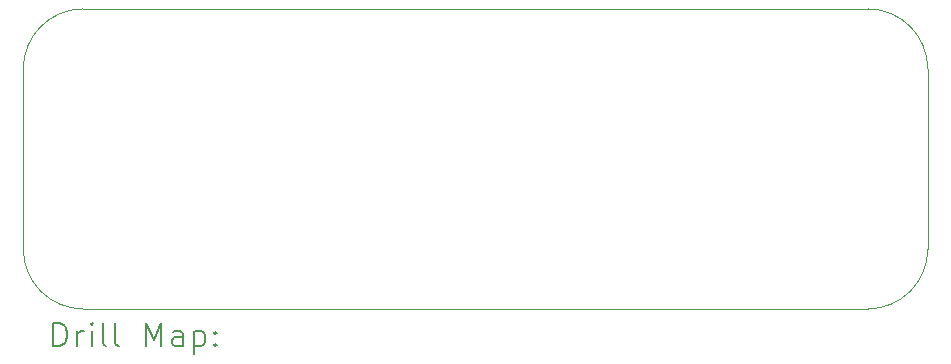
<source format=gbr>
%TF.GenerationSoftware,KiCad,Pcbnew,8.0.1*%
%TF.CreationDate,2024-03-19T19:55:36+01:00*%
%TF.ProjectId,lang1,6c616e67-312e-46b6-9963-61645f706362,rev?*%
%TF.SameCoordinates,Original*%
%TF.FileFunction,Drillmap*%
%TF.FilePolarity,Positive*%
%FSLAX45Y45*%
G04 Gerber Fmt 4.5, Leading zero omitted, Abs format (unit mm)*
G04 Created by KiCad (PCBNEW 8.0.1) date 2024-03-19 19:55:36*
%MOMM*%
%LPD*%
G01*
G04 APERTURE LIST*
%ADD10C,0.100000*%
%ADD11C,0.050000*%
%ADD12C,0.200000*%
G04 APERTURE END LIST*
D10*
X16548400Y-7366000D02*
X9906000Y-7366000D01*
X17056400Y-5334000D02*
X17056400Y-6858000D01*
D11*
X9398000Y-5334000D02*
G75*
G02*
X9906000Y-4826000I508000J0D01*
G01*
D10*
X9906000Y-4826000D02*
X16548400Y-4826000D01*
X9398000Y-6858000D02*
X9398000Y-5334000D01*
D11*
X17056400Y-6858000D02*
G75*
G02*
X16548400Y-7366000I-508000J0D01*
G01*
X16548400Y-4826000D02*
G75*
G02*
X17056400Y-5334000I0J-508000D01*
G01*
X9906000Y-7366000D02*
G75*
G02*
X9398000Y-6858000I0J508000D01*
G01*
D12*
X9653777Y-7682484D02*
X9653777Y-7482484D01*
X9653777Y-7482484D02*
X9701396Y-7482484D01*
X9701396Y-7482484D02*
X9729967Y-7492008D01*
X9729967Y-7492008D02*
X9749015Y-7511055D01*
X9749015Y-7511055D02*
X9758539Y-7530103D01*
X9758539Y-7530103D02*
X9768063Y-7568198D01*
X9768063Y-7568198D02*
X9768063Y-7596769D01*
X9768063Y-7596769D02*
X9758539Y-7634865D01*
X9758539Y-7634865D02*
X9749015Y-7653912D01*
X9749015Y-7653912D02*
X9729967Y-7672960D01*
X9729967Y-7672960D02*
X9701396Y-7682484D01*
X9701396Y-7682484D02*
X9653777Y-7682484D01*
X9853777Y-7682484D02*
X9853777Y-7549150D01*
X9853777Y-7587246D02*
X9863301Y-7568198D01*
X9863301Y-7568198D02*
X9872824Y-7558674D01*
X9872824Y-7558674D02*
X9891872Y-7549150D01*
X9891872Y-7549150D02*
X9910920Y-7549150D01*
X9977586Y-7682484D02*
X9977586Y-7549150D01*
X9977586Y-7482484D02*
X9968063Y-7492008D01*
X9968063Y-7492008D02*
X9977586Y-7501531D01*
X9977586Y-7501531D02*
X9987110Y-7492008D01*
X9987110Y-7492008D02*
X9977586Y-7482484D01*
X9977586Y-7482484D02*
X9977586Y-7501531D01*
X10101396Y-7682484D02*
X10082348Y-7672960D01*
X10082348Y-7672960D02*
X10072824Y-7653912D01*
X10072824Y-7653912D02*
X10072824Y-7482484D01*
X10206158Y-7682484D02*
X10187110Y-7672960D01*
X10187110Y-7672960D02*
X10177586Y-7653912D01*
X10177586Y-7653912D02*
X10177586Y-7482484D01*
X10434729Y-7682484D02*
X10434729Y-7482484D01*
X10434729Y-7482484D02*
X10501396Y-7625341D01*
X10501396Y-7625341D02*
X10568063Y-7482484D01*
X10568063Y-7482484D02*
X10568063Y-7682484D01*
X10749015Y-7682484D02*
X10749015Y-7577722D01*
X10749015Y-7577722D02*
X10739491Y-7558674D01*
X10739491Y-7558674D02*
X10720444Y-7549150D01*
X10720444Y-7549150D02*
X10682348Y-7549150D01*
X10682348Y-7549150D02*
X10663301Y-7558674D01*
X10749015Y-7672960D02*
X10729967Y-7682484D01*
X10729967Y-7682484D02*
X10682348Y-7682484D01*
X10682348Y-7682484D02*
X10663301Y-7672960D01*
X10663301Y-7672960D02*
X10653777Y-7653912D01*
X10653777Y-7653912D02*
X10653777Y-7634865D01*
X10653777Y-7634865D02*
X10663301Y-7615817D01*
X10663301Y-7615817D02*
X10682348Y-7606293D01*
X10682348Y-7606293D02*
X10729967Y-7606293D01*
X10729967Y-7606293D02*
X10749015Y-7596769D01*
X10844253Y-7549150D02*
X10844253Y-7749150D01*
X10844253Y-7558674D02*
X10863301Y-7549150D01*
X10863301Y-7549150D02*
X10901396Y-7549150D01*
X10901396Y-7549150D02*
X10920444Y-7558674D01*
X10920444Y-7558674D02*
X10929967Y-7568198D01*
X10929967Y-7568198D02*
X10939491Y-7587246D01*
X10939491Y-7587246D02*
X10939491Y-7644388D01*
X10939491Y-7644388D02*
X10929967Y-7663436D01*
X10929967Y-7663436D02*
X10920444Y-7672960D01*
X10920444Y-7672960D02*
X10901396Y-7682484D01*
X10901396Y-7682484D02*
X10863301Y-7682484D01*
X10863301Y-7682484D02*
X10844253Y-7672960D01*
X11025205Y-7663436D02*
X11034729Y-7672960D01*
X11034729Y-7672960D02*
X11025205Y-7682484D01*
X11025205Y-7682484D02*
X11015682Y-7672960D01*
X11015682Y-7672960D02*
X11025205Y-7663436D01*
X11025205Y-7663436D02*
X11025205Y-7682484D01*
X11025205Y-7558674D02*
X11034729Y-7568198D01*
X11034729Y-7568198D02*
X11025205Y-7577722D01*
X11025205Y-7577722D02*
X11015682Y-7568198D01*
X11015682Y-7568198D02*
X11025205Y-7558674D01*
X11025205Y-7558674D02*
X11025205Y-7577722D01*
M02*

</source>
